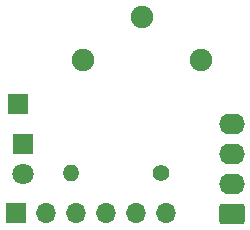
<source format=gbr>
%TF.GenerationSoftware,KiCad,Pcbnew,7.0.2*%
%TF.CreationDate,2023-12-05T19:44:14+00:00*%
%TF.ProjectId,rxhardware,72786861-7264-4776-9172-652e6b696361,rev?*%
%TF.SameCoordinates,Original*%
%TF.FileFunction,Soldermask,Top*%
%TF.FilePolarity,Negative*%
%FSLAX46Y46*%
G04 Gerber Fmt 4.6, Leading zero omitted, Abs format (unit mm)*
G04 Created by KiCad (PCBNEW 7.0.2) date 2023-12-05 19:44:14*
%MOMM*%
%LPD*%
G01*
G04 APERTURE LIST*
G04 Aperture macros list*
%AMRoundRect*
0 Rectangle with rounded corners*
0 $1 Rounding radius*
0 $2 $3 $4 $5 $6 $7 $8 $9 X,Y pos of 4 corners*
0 Add a 4 corners polygon primitive as box body*
4,1,4,$2,$3,$4,$5,$6,$7,$8,$9,$2,$3,0*
0 Add four circle primitives for the rounded corners*
1,1,$1+$1,$2,$3*
1,1,$1+$1,$4,$5*
1,1,$1+$1,$6,$7*
1,1,$1+$1,$8,$9*
0 Add four rect primitives between the rounded corners*
20,1,$1+$1,$2,$3,$4,$5,0*
20,1,$1+$1,$4,$5,$6,$7,0*
20,1,$1+$1,$6,$7,$8,$9,0*
20,1,$1+$1,$8,$9,$2,$3,0*%
G04 Aperture macros list end*
%ADD10RoundRect,0.250000X0.845000X-0.620000X0.845000X0.620000X-0.845000X0.620000X-0.845000X-0.620000X0*%
%ADD11O,2.190000X1.740000*%
%ADD12C,1.900000*%
%ADD13R,1.700000X1.700000*%
%ADD14O,1.700000X1.700000*%
%ADD15C,1.400000*%
%ADD16O,1.400000X1.400000*%
%ADD17R,1.800000X1.800000*%
%ADD18C,1.800000*%
G04 APERTURE END LIST*
D10*
%TO.C,J2*%
X167767000Y-97318000D03*
D11*
X167767000Y-94778000D03*
X167767000Y-92238000D03*
X167767000Y-89698000D03*
%TD*%
D12*
%TO.C,BT1*%
X165179000Y-84299000D03*
X155179000Y-84299000D03*
X160179000Y-80599000D03*
%TD*%
D13*
%TO.C,J1*%
X149500000Y-97241000D03*
D14*
X152040000Y-97241000D03*
X154580000Y-97241000D03*
X157120000Y-97241000D03*
X159660000Y-97241000D03*
X162200000Y-97241000D03*
%TD*%
D15*
%TO.C,R1*%
X161785000Y-93807000D03*
D16*
X154165000Y-93807000D03*
%TD*%
D13*
%TO.C,AE1*%
X149630000Y-88016000D03*
%TD*%
D17*
%TO.C,D1*%
X150108000Y-91371000D03*
D18*
X150108000Y-93911000D03*
%TD*%
M02*

</source>
